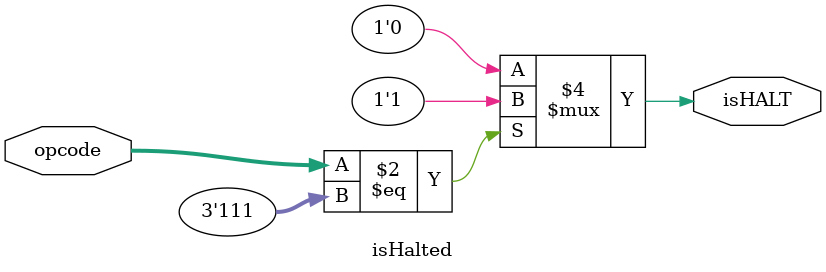
<source format=sv>
module isHalted(opcode, isHALT); 
    input [2:0] opcode; 
    output reg isHALT; 

    always_comb begin
        if(opcode == 3'b111) begin 
            isHALT = 1'b1; 
        end else begin 
            isHALT = 1'b0; 
        end
    end

endmodule : isHalted
</source>
